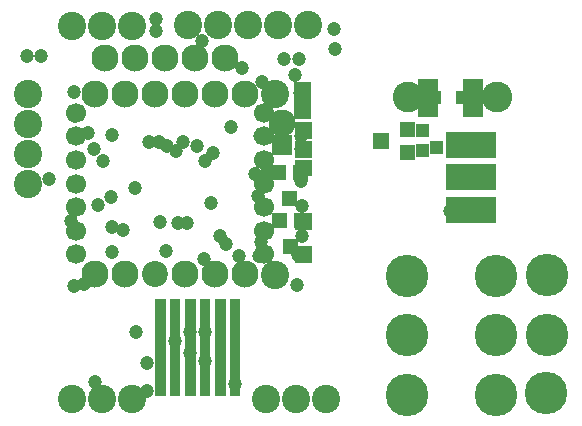
<source format=gbr>
%FSLAX32Y32*%
%MOMM*%
%LNLOETSTOP2*%
G71*
G01*
%ADD10C, 2.40*%
%ADD11C, 1.70*%
%ADD12C, 1.20*%
%ADD13C, 2.30*%
%ADD14C, 2.20*%
%ADD15C, 2.40*%
%ADD16C, 2.30*%
%ADD17C, 2.60*%
%ADD18C, 3.60*%
%ADD19C, 3.60*%
%LPD*%
X3477Y3987D02*
G54D10*
D03*
X3223Y3987D02*
G54D10*
D03*
X2969Y3987D02*
G54D10*
D03*
X2715Y3987D02*
G54D10*
D03*
X3356Y2046D02*
G54D11*
D03*
X1766Y2046D02*
G54D11*
D03*
X3356Y2246D02*
G54D11*
D03*
X1766Y2246D02*
G54D11*
D03*
X3356Y2446D02*
G54D11*
D03*
X1766Y2446D02*
G54D11*
D03*
X3356Y2646D02*
G54D11*
D03*
X1766Y2646D02*
G54D11*
D03*
X3356Y2846D02*
G54D11*
D03*
X1766Y2846D02*
G54D11*
D03*
X3356Y3046D02*
G54D11*
D03*
X1766Y3046D02*
G54D11*
D03*
X3356Y3246D02*
G54D11*
D03*
X1766Y3246D02*
G54D11*
D03*
X2538Y2968D02*
G54D12*
D03*
X3197Y1880D02*
G54D13*
D03*
X2943Y1880D02*
G54D13*
D03*
X2689Y1880D02*
G54D13*
D03*
X2435Y1880D02*
G54D14*
D03*
X2181Y1880D02*
G54D13*
D03*
X1927Y1880D02*
G54D13*
D03*
X2983Y2198D02*
G54D12*
D03*
X2626Y2309D02*
G54D12*
D03*
X2705Y2309D02*
G54D12*
D03*
X2380Y3000D02*
G54D12*
D03*
X2467Y3000D02*
G54D12*
D03*
X2062Y2531D02*
G54D12*
D03*
X3197Y3404D02*
G54D13*
D03*
X2943Y3404D02*
G54D13*
D03*
X2689Y3404D02*
G54D13*
D03*
X2435Y3404D02*
G54D13*
D03*
X2181Y3404D02*
G54D13*
D03*
X1927Y3404D02*
G54D13*
D03*
X2165Y2254D02*
G54D12*
D03*
X2261Y2611D02*
G54D12*
D03*
X3452Y1872D02*
G54D15*
D03*
X1991Y2841D02*
G54D12*
D03*
X2070Y3055D02*
G54D12*
D03*
X1919Y2936D02*
G54D12*
D03*
X2856Y2841D02*
G54D12*
D03*
X3452Y3404D02*
G54D15*
D03*
X3507Y3158D02*
G54D13*
D03*
X2070Y2063D02*
G54D12*
D03*
X1864Y3071D02*
G54D12*
D03*
X3031Y2135D02*
G54D12*
D03*
X2475Y2317D02*
G54D12*
D03*
X3277Y2730D02*
G54D12*
D03*
X2523Y2071D02*
G54D12*
D03*
X2848Y2008D02*
G54D12*
D03*
X3142Y2031D02*
G54D12*
D03*
X3078Y3127D02*
G54D12*
D03*
X2920Y2904D02*
G54D12*
D03*
G36*
X3422Y3061D02*
X3592Y3061D01*
X3592Y2891D01*
X3422Y2891D01*
X3422Y3061D01*
G37*
X1769Y3063D02*
G54D12*
D03*
X1776Y2841D02*
G54D12*
D03*
X1721Y2333D02*
G54D12*
D03*
X1745Y1777D02*
G54D12*
D03*
X3324Y3047D02*
G54D12*
D03*
X3348Y2841D02*
G54D12*
D03*
X3332Y2150D02*
G54D12*
D03*
X3316Y2031D02*
G54D12*
D03*
X1951Y2468D02*
G54D12*
D03*
X2070Y2277D02*
G54D12*
D03*
X1745Y3420D02*
G54D12*
D03*
X1753Y3214D02*
G54D12*
D03*
G36*
X3732Y2675D02*
X3602Y2675D01*
X3602Y2805D01*
X3732Y2805D01*
X3732Y2675D01*
G37*
G36*
X3542Y2675D02*
X3412Y2675D01*
X3412Y2805D01*
X3542Y2805D01*
X3542Y2675D01*
G37*
G36*
X3637Y2453D02*
X3507Y2453D01*
X3507Y2583D01*
X3637Y2583D01*
X3637Y2453D01*
G37*
X1832Y1793D02*
G54D12*
D03*
G36*
X3740Y2270D02*
X3610Y2270D01*
X3610Y2400D01*
X3740Y2400D01*
X3740Y2270D01*
G37*
G36*
X3550Y2270D02*
X3420Y2270D01*
X3420Y2400D01*
X3550Y2400D01*
X3550Y2270D01*
G37*
G36*
X3645Y2048D02*
X3515Y2048D01*
X3515Y2178D01*
X3645Y2178D01*
X3645Y2048D01*
G37*
X3674Y2198D02*
G54D12*
D03*
X3666Y2666D02*
G54D12*
D03*
X3674Y2460D02*
G54D12*
D03*
X3666Y2936D02*
G54D12*
D03*
X3642Y2039D02*
G54D12*
D03*
X3634Y1785D02*
G54D12*
D03*
G36*
X3619Y3006D02*
X3759Y3006D01*
X3759Y2866D01*
X3619Y2866D01*
X3619Y3006D01*
G37*
G36*
X3619Y2117D02*
X3759Y2117D01*
X3759Y1977D01*
X3619Y1977D01*
X3619Y2117D01*
G37*
G36*
X3619Y2395D02*
X3759Y2395D01*
X3759Y2255D01*
X3619Y2255D01*
X3619Y2395D01*
G37*
G36*
X3619Y2848D02*
X3759Y2848D01*
X3759Y2708D01*
X3619Y2708D01*
X3619Y2848D01*
G37*
X3380Y2746D02*
G54D12*
D03*
X3308Y2539D02*
G54D12*
D03*
X2904Y2484D02*
G54D12*
D03*
G36*
X3619Y3165D02*
X3759Y3165D01*
X3759Y3025D01*
X3619Y3025D01*
X3619Y3165D01*
G37*
X3666Y3047D02*
G54D12*
D03*
G36*
X3612Y3509D02*
X3752Y3509D01*
X3752Y3189D01*
X3612Y3189D01*
X3612Y3509D01*
G37*
X3658Y3412D02*
G54D12*
D03*
X2610Y2920D02*
G54D12*
D03*
X2666Y3000D02*
G54D12*
D03*
X2792Y2960D02*
G54D12*
D03*
G36*
X2432Y1671D02*
X2522Y1671D01*
X2522Y851D01*
X2432Y851D01*
X2432Y1671D01*
G37*
G36*
X2558Y1671D02*
X2648Y1671D01*
X2648Y851D01*
X2558Y851D01*
X2558Y1671D01*
G37*
G36*
X2686Y1671D02*
X2776Y1671D01*
X2776Y851D01*
X2686Y851D01*
X2686Y1671D01*
G37*
G36*
X2812Y1671D02*
X2902Y1671D01*
X2902Y851D01*
X2812Y851D01*
X2812Y1671D01*
G37*
X1358Y2638D02*
G54D10*
D03*
X1358Y2892D02*
G54D10*
D03*
X1358Y3146D02*
G54D10*
D03*
X1358Y3400D02*
G54D10*
D03*
X3024Y3706D02*
G54D16*
D03*
X2770Y3706D02*
G54D16*
D03*
X2516Y3706D02*
G54D16*
D03*
X2262Y3706D02*
G54D16*
D03*
X2008Y3706D02*
G54D16*
D03*
X3167Y3627D02*
G54D12*
D03*
X3524Y3698D02*
G54D12*
D03*
X2241Y3984D02*
G54D10*
D03*
X1987Y3984D02*
G54D10*
D03*
X1733Y3984D02*
G54D10*
D03*
X3884Y824D02*
G54D10*
D03*
X3630Y824D02*
G54D10*
D03*
X3376Y824D02*
G54D10*
D03*
X2241Y824D02*
G54D10*
D03*
X1987Y824D02*
G54D10*
D03*
X1733Y824D02*
G54D10*
D03*
X3731Y3992D02*
G54D10*
D03*
X2834Y3857D02*
G54D12*
D03*
X1921Y968D02*
G54D12*
D03*
X1532Y2682D02*
G54D12*
D03*
X3342Y3508D02*
G54D12*
D03*
X3651Y3698D02*
G54D12*
D03*
X3620Y3563D02*
G54D12*
D03*
X3953Y3786D02*
G54D12*
D03*
X1349Y3730D02*
G54D12*
D03*
X1468Y3730D02*
G54D12*
D03*
G36*
X2686Y1670D02*
X2776Y1670D01*
X2776Y850D01*
X2686Y850D01*
X2686Y1670D01*
G37*
G36*
X2812Y1670D02*
X2902Y1670D01*
X2902Y850D01*
X2812Y850D01*
X2812Y1670D01*
G37*
G36*
X2940Y1670D02*
X3030Y1670D01*
X3030Y850D01*
X2940Y850D01*
X2940Y1670D01*
G37*
G36*
X3066Y1670D02*
X3156Y1670D01*
X3156Y850D01*
X3066Y850D01*
X3066Y1670D01*
G37*
X3945Y3952D02*
G54D12*
D03*
X3112Y952D02*
G54D12*
D03*
X2858Y1142D02*
G54D12*
D03*
X2730Y1214D02*
G54D12*
D03*
X2365Y888D02*
G54D12*
D03*
X2365Y1126D02*
G54D12*
D03*
X2858Y1388D02*
G54D12*
D03*
X2730Y1388D02*
G54D12*
D03*
X2270Y1388D02*
G54D12*
D03*
X2604Y1309D02*
G54D12*
D03*
X2445Y3936D02*
G54D12*
D03*
X2445Y4040D02*
G54D12*
D03*
X5326Y3376D02*
G54D17*
D03*
X4573Y3376D02*
G54D17*
D03*
X4570Y1863D02*
G54D18*
D03*
X5323Y1863D02*
G54D18*
D03*
X4570Y1361D02*
G54D18*
D03*
X5323Y1361D02*
G54D18*
D03*
X4570Y859D02*
G54D18*
D03*
X5323Y859D02*
G54D18*
D03*
G36*
X5210Y3213D02*
X5040Y3213D01*
X5040Y3533D01*
X5210Y3533D01*
X5210Y3213D01*
G37*
G36*
X4830Y3213D02*
X4660Y3213D01*
X4660Y3533D01*
X4830Y3533D01*
X4830Y3213D01*
G37*
G36*
X4504Y2846D02*
X4504Y2976D01*
X4634Y2976D01*
X4634Y2846D01*
X4504Y2846D01*
G37*
G36*
X4504Y3036D02*
X4504Y3166D01*
X4634Y3166D01*
X4634Y3036D01*
X4504Y3036D01*
G37*
G36*
X4282Y2941D02*
X4282Y3071D01*
X4412Y3071D01*
X4412Y2941D01*
X4282Y2941D01*
G37*
G36*
X4642Y2872D02*
X4642Y2982D01*
X4752Y2982D01*
X4752Y2872D01*
X4642Y2872D01*
G37*
G36*
X4641Y3039D02*
X4641Y3149D01*
X4751Y3149D01*
X4751Y3039D01*
X4641Y3039D01*
G37*
G36*
X5104Y3316D02*
X4979Y3316D01*
X4979Y3426D01*
X5104Y3426D01*
X5104Y3316D01*
G37*
G36*
X4857Y3316D02*
X4732Y3316D01*
X4732Y3426D01*
X4857Y3426D01*
X4857Y3316D01*
G37*
G36*
X5040Y2899D02*
X4930Y2899D01*
X4930Y3009D01*
X5040Y3009D01*
X5040Y2899D01*
G37*
G36*
X4873Y2900D02*
X4763Y2900D01*
X4763Y3010D01*
X4873Y3010D01*
X4873Y2900D01*
G37*
G36*
X5319Y3084D02*
X5319Y2864D01*
X4899Y2864D01*
X4899Y3084D01*
X5319Y3084D01*
G37*
G36*
X5319Y2815D02*
X5319Y2595D01*
X4899Y2595D01*
X4899Y2815D01*
X5319Y2815D01*
G37*
G36*
X5319Y2529D02*
X5319Y2309D01*
X4899Y2309D01*
X4899Y2529D01*
X5319Y2529D01*
G37*
X4927Y2411D02*
G54D12*
D03*
X5743Y871D02*
G54D19*
D03*
X5753Y1363D02*
G54D19*
D03*
X5751Y1871D02*
G54D19*
D03*
M02*

</source>
